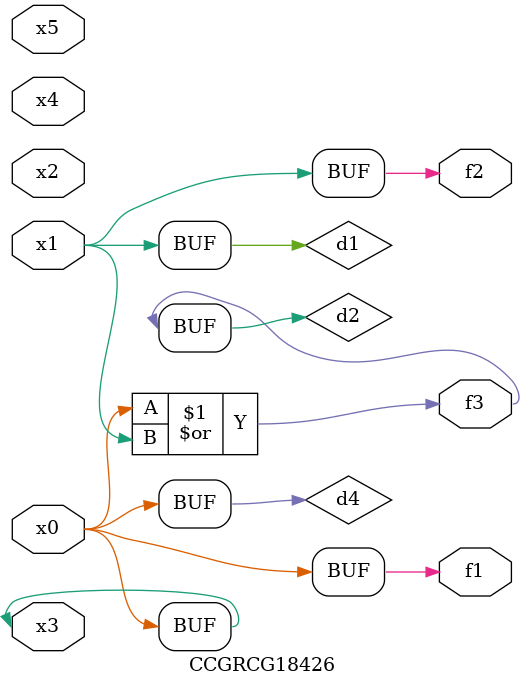
<source format=v>
module CCGRCG18426(
	input x0, x1, x2, x3, x4, x5,
	output f1, f2, f3
);

	wire d1, d2, d3, d4;

	and (d1, x1);
	or (d2, x0, x1);
	nand (d3, x0, x5);
	buf (d4, x0, x3);
	assign f1 = d4;
	assign f2 = d1;
	assign f3 = d2;
endmodule

</source>
